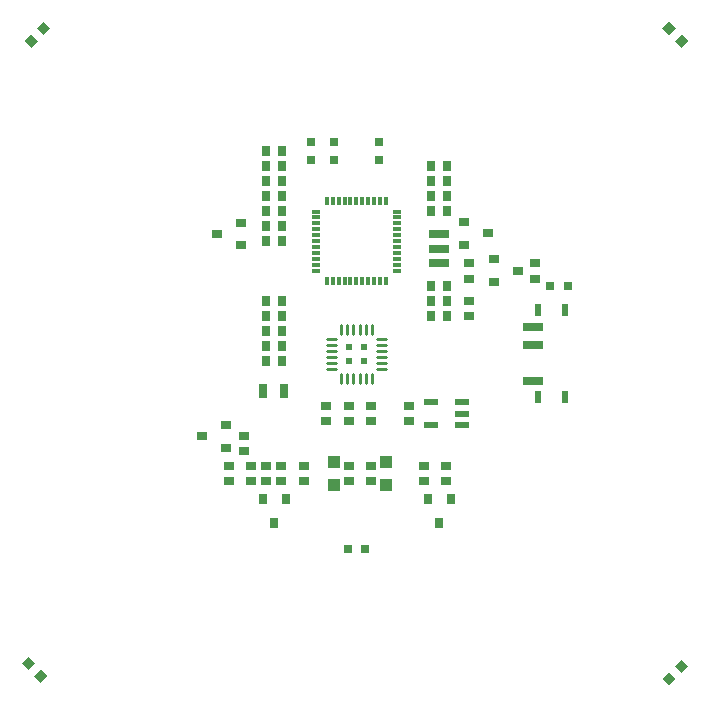
<source format=gtp>
G75*
G70*
%OFA0B0*%
%FSLAX24Y24*%
%IPPOS*%
%LPD*%
%AMOC8*
5,1,8,0,0,1.08239X$1,22.5*
%
%ADD10R,0.0118X0.0315*%
%ADD11R,0.0315X0.0118*%
%ADD12R,0.0669X0.0276*%
%ADD13R,0.0354X0.0276*%
%ADD14R,0.0276X0.0354*%
%ADD15R,0.0190X0.0190*%
%ADD16C,0.0100*%
%ADD17R,0.0315X0.0315*%
%ADD18R,0.0350X0.0310*%
%ADD19R,0.0310X0.0350*%
%ADD20R,0.0315X0.0315*%
%ADD21R,0.0472X0.0217*%
%ADD22R,0.0315X0.0472*%
%ADD23R,0.0394X0.0394*%
%ADD24R,0.0700X0.0250*%
%ADD25R,0.0200X0.0400*%
D10*
X022748Y026143D03*
X022944Y026143D03*
X023141Y026143D03*
X023338Y026143D03*
X023535Y026143D03*
X023732Y026143D03*
X023929Y026143D03*
X024126Y026143D03*
X024322Y026143D03*
X024519Y026143D03*
X024716Y026143D03*
X024716Y028820D03*
X024519Y028820D03*
X024322Y028820D03*
X024126Y028820D03*
X023929Y028820D03*
X023732Y028820D03*
X023535Y028820D03*
X023338Y028820D03*
X023141Y028820D03*
X022944Y028820D03*
X022748Y028820D03*
D11*
X022393Y028466D03*
X022393Y028269D03*
X022393Y028072D03*
X022393Y027876D03*
X022393Y027679D03*
X022393Y027482D03*
X022393Y027285D03*
X022393Y027088D03*
X022393Y026891D03*
X022393Y026694D03*
X022393Y026498D03*
X025070Y026498D03*
X025070Y026694D03*
X025070Y026891D03*
X025070Y027088D03*
X025070Y027285D03*
X025070Y027482D03*
X025070Y027679D03*
X025070Y027876D03*
X025070Y028072D03*
X025070Y028269D03*
X025070Y028466D03*
D12*
X026482Y027704D03*
X026482Y027232D03*
X026482Y026759D03*
D13*
X027482Y026738D03*
X027482Y026226D03*
X027482Y025488D03*
X027482Y024976D03*
X029682Y026226D03*
X029682Y026738D03*
X025482Y021988D03*
X025482Y021476D03*
X024232Y021476D03*
X024232Y021988D03*
X023482Y021988D03*
X023482Y021476D03*
X022732Y021476D03*
X022732Y021988D03*
X023482Y019988D03*
X023482Y019476D03*
X024232Y019476D03*
X024232Y019988D03*
X025982Y019988D03*
X025982Y019476D03*
X026732Y019476D03*
X026732Y019988D03*
X021982Y019988D03*
X021982Y019476D03*
X021232Y019476D03*
X020732Y019476D03*
X020232Y019476D03*
X020232Y019988D03*
X020732Y019988D03*
X021232Y019988D03*
X019982Y020476D03*
X019982Y020988D03*
X019482Y019988D03*
X019482Y019476D03*
D14*
X020726Y023482D03*
X020726Y023982D03*
X020726Y024482D03*
X020726Y024982D03*
X020726Y025482D03*
X021238Y025482D03*
X021238Y024982D03*
X021238Y024482D03*
X021238Y023982D03*
X021238Y023482D03*
X021238Y027482D03*
X021238Y027982D03*
X020726Y027982D03*
X020726Y027482D03*
X020726Y028482D03*
X020726Y028982D03*
X020726Y029482D03*
X020726Y029982D03*
X020726Y030482D03*
X021238Y030482D03*
X021238Y029982D03*
X021238Y029482D03*
X021238Y028982D03*
X021238Y028482D03*
X026226Y028482D03*
X026226Y028982D03*
X026226Y029482D03*
X026226Y029982D03*
X026738Y029982D03*
X026738Y029482D03*
X026738Y028982D03*
X026738Y028482D03*
X026738Y025982D03*
X026738Y025482D03*
X026738Y024982D03*
X026226Y024982D03*
X026226Y025482D03*
X026226Y025982D03*
D15*
X023997Y023957D03*
X023982Y023482D03*
X023502Y023482D03*
X023497Y023957D03*
D16*
X023068Y024027D02*
X022768Y024027D01*
X022768Y023829D02*
X023068Y023829D01*
X023068Y023619D02*
X022768Y023619D01*
X022768Y023420D02*
X023068Y023420D01*
X023068Y023221D02*
X022768Y023221D01*
X023233Y023047D02*
X023233Y022747D01*
X023432Y022747D02*
X023432Y023047D01*
X023631Y023047D02*
X023631Y022747D01*
X023841Y022747D02*
X023841Y023047D01*
X024039Y023047D02*
X024039Y022747D01*
X024238Y022747D02*
X024238Y023047D01*
X024403Y023221D02*
X024703Y023221D01*
X024703Y023420D02*
X024403Y023420D01*
X024403Y023619D02*
X024703Y023619D01*
X024703Y023829D02*
X024403Y023829D01*
X024403Y024027D02*
X024703Y024027D01*
X024703Y024227D02*
X024403Y024227D01*
X024238Y024401D02*
X024238Y024701D01*
X024039Y024701D02*
X024039Y024401D01*
X023841Y024401D02*
X023841Y024701D01*
X023631Y024701D02*
X023631Y024401D01*
X023432Y024401D02*
X023432Y024701D01*
X023233Y024701D02*
X023233Y024401D01*
X023068Y024227D02*
X022768Y024227D01*
D17*
X022982Y030187D03*
X022982Y030777D03*
X022232Y030777D03*
X022232Y030187D03*
X024482Y030187D03*
X024482Y030777D03*
X030187Y025982D03*
X030777Y025982D03*
X024027Y017232D03*
X023437Y017232D03*
D18*
X019382Y020592D03*
X019382Y021352D03*
X018582Y020972D03*
X019882Y027342D03*
X019082Y027722D03*
X019882Y028102D03*
X027332Y028122D03*
X027332Y027362D03*
X028132Y027742D03*
X028332Y026872D03*
X028332Y026112D03*
X029132Y026492D03*
D19*
X026872Y018882D03*
X026112Y018882D03*
X026492Y018082D03*
X021372Y018882D03*
X020992Y018082D03*
X020612Y018882D03*
D20*
G36*
X012992Y012990D02*
X013214Y013212D01*
X013436Y012990D01*
X013214Y012768D01*
X012992Y012990D01*
G37*
G36*
X012574Y013408D02*
X012796Y013630D01*
X013018Y013408D01*
X012796Y013186D01*
X012574Y013408D01*
G37*
G36*
X012893Y034375D02*
X013115Y034153D01*
X012893Y033931D01*
X012671Y034153D01*
X012893Y034375D01*
G37*
G36*
X013311Y034793D02*
X013533Y034571D01*
X013311Y034349D01*
X013089Y034571D01*
X013311Y034793D01*
G37*
G36*
X033931Y034571D02*
X034153Y034793D01*
X034375Y034571D01*
X034153Y034349D01*
X033931Y034571D01*
G37*
G36*
X034349Y034153D02*
X034571Y034375D01*
X034793Y034153D01*
X034571Y033931D01*
X034349Y034153D01*
G37*
G36*
X034571Y013533D02*
X034793Y013311D01*
X034571Y013089D01*
X034349Y013311D01*
X034571Y013533D01*
G37*
G36*
X034153Y013115D02*
X034375Y012893D01*
X034153Y012671D01*
X033931Y012893D01*
X034153Y013115D01*
G37*
D21*
X027244Y021358D03*
X027244Y021732D03*
X027244Y022106D03*
X026220Y022106D03*
X026220Y021358D03*
D22*
X021336Y022482D03*
X020628Y022482D03*
D23*
X022982Y020126D03*
X022982Y019338D03*
X024732Y019338D03*
X024732Y020126D03*
D24*
X029632Y022832D03*
X029632Y024032D03*
X029632Y024632D03*
D25*
X029782Y025182D03*
X030682Y025182D03*
X030682Y022282D03*
X029782Y022282D03*
M02*

</source>
